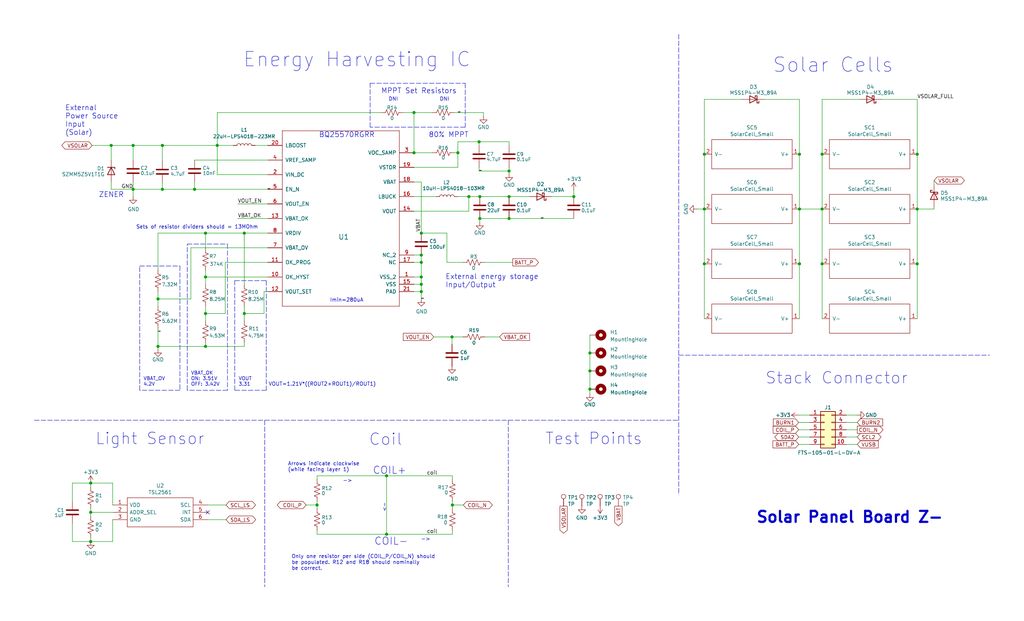
<source format=kicad_sch>
(kicad_sch (version 20211123) (generator eeschema)
  (paper "USLegal")
  (title_block (title "PyCubed Mini") (date "2022-07-27") (rev "02") (company "REx Lab Carnegie Mellon University") (comment 1 "Z.Manchester") (comment 2 "N.Khera") (comment 3 "M.Holliday"))
  (lib_symbols
    (symbol "Connector:TestPoint" (pin_numbers hide) (pin_names (offset 0.762) hide)
      (property "Reference" "TP" (at 0 6.858 0))
      (property "Value" "TestPoint" (at 0 5.08 0))
      (symbol "TestPoint_1_1"
        (pin passive line (at 0 0 90) (length 2.54) (name "1") (number "1"))
      )
    )
    (symbol "Connector_Generic:Conn_02x05_Odd_Even" (pin_names (offset 1.016) hide)
      (property "Reference" "J" (at 1.27 7.62 0))
      (property "Value" "Conn_02x05_Odd_Even" (at 1.27 -7.62 0))
      (symbol "Conn_02x05_Odd_Even_1_1"
        (pin passive line (at -5.08 5.08 0) (length 3.81) (name "Pin_1") (number "1"))
        (pin passive line (at 7.62 -5.08 180) (length 3.81) (name "Pin_10") (number "10"))
        (pin passive line (at 7.62 5.08 180) (length 3.81) (name "Pin_2") (number "2"))
        (pin passive line (at -5.08 2.54 0) (length 3.81) (name "Pin_3") (number "3"))
        (pin passive line (at 7.62 2.54 180) (length 3.81) (name "Pin_4") (number "4"))
        (pin passive line (at -5.08 0 0) (length 3.81) (name "Pin_5") (number "5"))
        (pin passive line (at 7.62 0 180) (length 3.81) (name "Pin_6") (number "6"))
        (pin passive line (at -5.08 -2.54 0) (length 3.81) (name "Pin_7") (number "7"))
        (pin passive line (at 7.62 -2.54 180) (length 3.81) (name "Pin_8") (number "8"))
        (pin passive line (at -5.08 -5.08 0) (length 3.81) (name "Pin_9") (number "9"))
      )
    )
    (symbol "Device:C" (pin_numbers hide) (pin_names (offset 0.254))
      (property "Reference" "C" (at 0.635 2.54 0))
      (property "Value" "C" (at 0.635 -2.54 0))
      (symbol "C_1_1"
        (pin passive line (at 0 3.81 270) (length 2.794) (name "~") (number "1"))
        (pin passive line (at 0 -3.81 90) (length 2.794) (name "~") (number "2"))
      )
    )
    (symbol "Device:D_Schottky" (pin_numbers hide) (pin_names (offset 1.016) hide)
      (property "Reference" "D" (at 0 2.54 0))
      (property "Value" "D_Schottky" (at 0 -2.54 0))
      (symbol "D_Schottky_1_1"
        (pin passive line (at -3.81 0 0) (length 2.54) (name "K") (number "1"))
        (pin passive line (at 3.81 0 180) (length 2.54) (name "A") (number "2"))
      )
    )
    (symbol "Device:L" (pin_numbers hide) (pin_names (offset 1.016) hide)
      (property "Reference" "L" (at -1.27 0 90))
      (property "Value" "L" (at 1.905 0 90))
      (symbol "L_1_1"
        (pin passive line (at 0 3.81 270) (length 1.27) (name "1") (number "1"))
        (pin passive line (at 0 -3.81 90) (length 1.27) (name "2") (number "2"))
      )
    )
    (symbol "Device:R_US" (pin_numbers hide) (pin_names (offset 0))
      (property "Reference" "R" (at 2.54 0 90))
      (property "Value" "R_US" (at -2.54 0 90))
      (symbol "R_US_1_1"
        (pin passive line (at 0 3.81 270) (length 1.27) (name "~") (number "1"))
        (pin passive line (at 0 -3.81 90) (length 1.27) (name "~") (number "2"))
      )
    )
    (symbol "Diode:Z1SMAxxx" (pin_numbers hide) (pin_names hide)
      (property "Reference" "D" (at 0 2.54 0))
      (property "Value" "Z1SMAxxx" (at 0 -2.54 0))
      (symbol "Z1SMAxxx_1_1"
        (pin passive line (at -3.81 0 0) (length 2.54) (name "K") (number "1"))
        (pin passive line (at 3.81 0 180) (length 2.54) (name "A") (number "2"))
      )
    )
    (symbol "Mechanical:MountingHole_Pad" (pin_numbers hide) (pin_names (offset 1.016) hide)
      (property "Reference" "H" (at 0 6.35 0))
      (property "Value" "MountingHole_Pad" (at 0 4.445 0))
      (symbol "MountingHole_Pad_1_1"
        (pin input line (at 0 -2.54 90) (length 2.54) (name "1") (number "1"))
      )
    )
    (symbol "SolarCell_Small_1" (pin_names (offset 1.016))
      (property "Reference" "SC" (at 0 -1.27 0))
      (property "Value" "SolarCell_Small_1" (at 0 1.27 0))
      (symbol "SolarCell_Small_1_1_1"
        (pin bidirectional line (at -16.51 0 0) (length 2.54) (name "V+") (number "1"))
        (pin bidirectional line (at 16.51 0 180) (length 2.54) (name "V-") (number "2"))
      )
    )
    (symbol "SolarCell_Small_2" (pin_names (offset 1.016))
      (property "Reference" "SC" (at 0 -1.27 0))
      (property "Value" "SolarCell_Small_2" (at 0 1.27 0))
      (symbol "SolarCell_Small_2_1_1"
        (pin bidirectional line (at -16.51 0 0) (length 2.54) (name "V+") (number "1"))
        (pin bidirectional line (at 16.51 0 180) (length 2.54) (name "V-") (number "2"))
      )
    )
    (symbol "SolarCell_Small_3" (pin_names (offset 1.016))
      (property "Reference" "SC" (at 0 -1.27 0))
      (property "Value" "SolarCell_Small_3" (at 0 1.27 0))
      (symbol "SolarCell_Small_3_1_1"
        (pin bidirectional line (at -16.51 0 0) (length 2.54) (name "V+") (number "1"))
        (pin bidirectional line (at 16.51 0 180) (length 2.54) (name "V-") (number "2"))
      )
    )
    (symbol "SolarCell_Small_4" (pin_names (offset 1.016))
      (property "Reference" "SC" (at 0 -1.27 0))
      (property "Value" "SolarCell_Small_4" (at 0 1.27 0))
      (symbol "SolarCell_Small_4_1_1"
        (pin bidirectional line (at -16.51 0 0) (length 2.54) (name "V+") (number "1"))
        (pin bidirectional line (at 16.51 0 180) (length 2.54) (name "V-") (number "2"))
      )
    )
    (symbol "SolarCell_Small_5" (pin_names (offset 1.016))
      (property "Reference" "SC" (at 0 -1.27 0))
      (property "Value" "SolarCell_Small_5" (at 0 1.27 0))
      (symbol "SolarCell_Small_5_1_1"
        (pin bidirectional line (at -16.51 0 0) (length 2.54) (name "V+") (number "1"))
        (pin bidirectional line (at 16.51 0 180) (length 2.54) (name "V-") (number "2"))
      )
    )
    (symbol "SolarCell_Small_6" (pin_names (offset 1.016))
      (property "Reference" "SC" (at 0 -1.27 0))
      (property "Value" "SolarCell_Small_6" (at 0 1.27 0))
      (symbol "SolarCell_Small_6_1_1"
        (pin bidirectional line (at -16.51 0 0) (length 2.54) (name "V+") (number "1"))
        (pin bidirectional line (at 16.51 0 180) (length 2.54) (name "V-") (number "2"))
      )
    )
    (symbol "SolarCell_Small_7" (pin_names (offset 1.016))
      (property "Reference" "SC" (at 0 -1.27 0))
      (property "Value" "SolarCell_Small_7" (at 0 1.27 0))
      (symbol "SolarCell_Small_7_1_1"
        (pin bidirectional line (at -16.51 0 0) (length 2.54) (name "V+") (number "1"))
        (pin bidirectional line (at 16.51 0 180) (length 2.54) (name "V-") (number "2"))
      )
    )
    (symbol "Transistor_BJT:MBT2222ADW1T1" (pin_names (offset 0) hide)
      (property "Reference" "Q" (at 5.08 1.27 0))
      (property "Value" "MBT2222ADW1T1" (at 5.08 -1.27 0))
      (symbol "MBT2222ADW1T1_1_1"
        (pin passive line (at 2.54 -5.08 90) (length 2.54) (name "E1") (number "1"))
        (pin input line (at -5.08 0 0) (length 2.54) (name "B1") (number "2"))
        (pin passive line (at 2.54 5.08 270) (length 2.54) (name "C1") (number "6"))
      )
      (symbol "MBT2222ADW1T1_2_1"
        (pin passive line (at 2.54 5.08 270) (length 2.54) (name "C2") (number "3"))
        (pin passive line (at 2.54 -5.08 90) (length 2.54) (name "E2") (number "4"))
        (pin input line (at -5.08 0 0) (length 2.54) (name "B2") (number "5"))
      )
    )
    (symbol "mainboard:BSS138DWQ-7" (pin_names (offset 0.762) hide)
      (property "Reference" "Q" (at -2.54 5.08 0))
      (property "Value" "BSS138DWQ-7" (at 3.81 6.35 0))
      (symbol "BSS138DWQ-7_1_1"
        (pin passive line (at 1.27 -5.08 90) (length 2.54) (name "S2") (number "1"))
        (pin input line (at -6.35 0 0) (length 2.54) (name "G2") (number "2"))
        (pin passive line (at 1.27 5.08 270) (length 2.54) (name "D1") (number "6"))
      )
      (symbol "BSS138DWQ-7_2_1"
        (pin passive line (at 1.27 5.08 270) (length 2.54) (name "D2") (number "3"))
        (pin passive line (at 1.27 -5.08 90) (length 2.54) (name "S1") (number "4"))
        (pin input line (at -6.35 0 0) (length 2.54) (name "G1") (number "5"))
      )
    )
    (symbol "power:+3V3" (power) (pin_names (offset 0))
      (property "Value" "+3V3" (at 0 3.556 0))
      (symbol "+3V3_1_1"
        (pin power_in line (at 0 0 90) (length 0) hide (name "+3V3") (number "1"))
      )
    )
    (symbol "power:GND" (power) (pin_names (offset 0))
      (property "Value" "GND" (at 0 -3.81 0))
      (symbol "GND_1_1"
        (pin power_in line (at 0 0 270) (length 0) hide (name "GND") (number "1"))
      )
    )
    (symbol "solarpanels:BQ25570RGRR" (pin_names (offset 1.016))
      (property "Reference" "U" (at -4.7244 1.4986 0))
      (property "Value" "BQ25570RGRR" (at -5.3594 -1.0414 0))
      (symbol "BQ25570RGRR_1_0"
        (pin power_in line (at 25.4 -20.32 180) (length 5.08) (name "VSS_2") (number "1"))
        (pin input line (at -25.4 -20.32 0) (length 5.08) (name "OK_HYST") (number "10"))
        (pin input line (at -25.4 -15.24 0) (length 5.08) (name "OK_PROG") (number "11"))
        (pin input line (at -25.4 -25.4 0) (length 5.08) (name "VOUT_SET") (number "12"))
        (pin output line (at -25.4 0 0) (length 5.08) (name "VBAT_OK") (number "13"))
        (pin power_in line (at 25.4 2.54 180) (length 5.08) (name "VOUT") (number "14"))
        (pin power_in line (at 25.4 -22.86 180) (length 5.08) (name "VSS") (number "15"))
        (pin passive line (at 25.4 7.62 180) (length 5.08) (name "LBUCK") (number "16"))
        (pin passive line (at 25.4 -15.24 180) (length 5.08) (name "NC") (number "17"))
        (pin bidirectional line (at 25.4 12.7 180) (length 5.08) (name "VBAT") (number "18"))
        (pin power_in line (at 25.4 17.78 180) (length 5.08) (name "VSTOR") (number "19"))
        (pin power_in line (at -25.4 15.24 0) (length 5.08) (name "VIN_DC") (number "2"))
        (pin input line (at -25.4 25.4 0) (length 5.08) (name "LBOOST") (number "20"))
        (pin power_in line (at 25.4 -25.4 180) (length 5.08) (name "PAD") (number "21"))
        (pin input line (at 25.4 22.86 180) (length 5.08) (name "VOC_SAMP") (number "3"))
        (pin input line (at -25.4 20.32 0) (length 5.08) (name "VREF_SAMP") (number "4"))
        (pin input line (at -25.4 10.16 0) (length 5.08) (name "EN_N") (number "5"))
        (pin input line (at -25.4 5.08 0) (length 5.08) (name "VOUT_EN") (number "6"))
        (pin input line (at -25.4 -10.16 0) (length 5.08) (name "VBAT_OV") (number "7"))
        (pin output line (at -25.4 -5.08 0) (length 5.08) (name "VRDIV") (number "8"))
        (pin power_in line (at 25.4 -12.7 180) (length 5.08) (name "NC_2") (number "9"))
      )
    )
    (symbol "solarpanels:SolarCell_Small" (pin_names (offset 1.016))
      (property "Reference" "SC" (at 0 -1.27 0))
      (property "Value" "SolarCell_Small" (at 0 1.27 0))
      (symbol "SolarCell_Small_1_1"
        (pin bidirectional line (at -16.51 0 0) (length 2.54) (name "V+") (number "1"))
        (pin bidirectional line (at 16.51 0 180) (length 2.54) (name "V-") (number "2"))
      )
    )
    (symbol "solarpanels:symbols_TSL2561" (pin_names (offset 0.762))
      (property "Reference" "IC" (at 29.21 7.62 0))
      (property "Value" "symbols_TSL2561" (at 29.21 5.08 0))
      (symbol "symbols_TSL2561_0_0"
        (pin unspecified line (at 0 0 0) (length 5.08) (name "VDD") (number "1"))
        (pin unspecified line (at 0 -2.54 0) (length 5.08) (name "ADDR_SEL") (number "2"))
        (pin unspecified line (at 0 -5.08 0) (length 5.08) (name "GND") (number "3"))
        (pin unspecified line (at 33.02 0 180) (length 5.08) (name "SCL") (number "4"))
        (pin unspecified line (at 33.02 -2.54 180) (length 5.08) (name "INT") (number "5"))
        (pin unspecified line (at 33.02 -5.08 180) (length 5.08) (name "SDA") (number "6"))
      )
    )
  )
  (junction (at 38.608 50.546))
  (junction (at 437.769 81.407))
  (junction (at 166.37 49.276))
  (junction (at 437.769 50.927))
  (junction (at 31.496 188.214))
  (junction (at 54.864 103.886))
  (junction (at 390.779 43.307))
  (junction (at 143.764 53.086))
  (junction (at 427.609 50.927))
  (junction (at 244.602 91.694))
  (junction (at 46.228 65.786))
  (junction (at 422.529 76.327))
  (junction (at 176.784 75.946))
  (junction (at 395.859 68.707))
  (junction (at 146.304 88.646))
  (junction (at 110.109 175.514))
  (junction (at 204.851 122.682))
  (junction (at 432.689 43.307))
  (junction (at 31.496 167.894))
  (junction (at 71.374 108.966))
  (junction (at 157.099 175.514))
  (junction (at 75.438 50.546))
  (junction (at 390.779 35.687))
  (junction (at 285.496 72.644))
  (junction (at 437.769 68.707))
  (junction (at 395.859 89.027))
  (junction (at 84.836 81.026))
  (junction (at 318.516 91.694))
  (junction (at 432.689 35.687))
  (junction (at 54.864 120.396))
  (junction (at 84.836 108.966))
  (junction (at 162.814 68.326))
  (junction (at 380.619 76.327))
  (junction (at 71.374 96.266))
  (junction (at 176.784 59.436))
  (junction (at 437.769 59.817))
  (junction (at 414.909 61.087))
  (junction (at 395.859 50.927))
  (junction (at 56.388 50.546))
  (junction (at 244.602 53.594))
  (junction (at 285.496 53.594))
  (junction (at 146.304 81.026))
  (junction (at 146.304 96.266))
  (junction (at 146.304 101.346))
  (junction (at 71.374 120.396))
  (junction (at 143.764 39.116))
  (junction (at 244.602 72.644))
  (junction (at 277.622 72.644))
  (junction (at 285.496 91.694))
  (junction (at 199.263 68.326))
  (junction (at 156.972 117.094))
  (junction (at 134.239 165.354))
  (junction (at 388.239 89.027))
  (junction (at 430.149 89.027))
  (junction (at 318.516 72.644))
  (junction (at 159.004 53.086))
  (junction (at 31.496 178.054))
  (junction (at 146.304 98.806))
  (junction (at 395.859 81.407))
  (junction (at 166.624 75.946))
  (junction (at 67.564 65.786))
  (junction (at 56.388 65.786))
  (junction (at 277.622 91.694))
  (junction (at 372.999 61.087))
  (junction (at 318.516 53.594))
  (junction (at 277.622 53.594))
  (junction (at 395.859 59.817))
  (junction (at 134.239 185.674))
  (junction (at 204.851 128.905))
  (junction (at 204.851 135.255))
  (junction (at 176.784 68.326))
  (junction (at 437.769 89.027))
  (junction (at 71.374 81.026))
  (junction (at 46.228 50.546))
  (junction (at 146.304 91.186))
  (junction (at 166.624 68.326))
  (junction (at 385.699 50.927))
  (no_connect (at 72.136 178.054))
  (wire (pts (xy 143.764 101.346) (xy 146.304 101.346)))
  (wire (pts (xy 318.516 72.644) (xy 324.358 72.644)))
  (wire (pts (xy 38.608 63.246) (xy 38.608 65.786)))
  (wire (pts (xy 244.602 91.694) (xy 244.602 72.644)))
  (wire (pts (xy 146.304 91.186) (xy 146.304 88.646)))
  (polyline (pts (xy 78.994 84.836) (xy 78.994 135.636)))
  (wire (pts (xy 71.374 106.426) (xy 71.374 108.966)))
  (wire (pts (xy 372.999 61.087) (xy 372.999 43.307)))
  (wire (pts (xy 277.622 34.544) (xy 265.43 34.544)))
  (wire (pts (xy 110.109 174.244) (xy 110.109 175.514)))
  (polyline (pts (xy 81.534 97.536) (xy 92.456 97.536)))
  (wire (pts (xy 204.851 122.682) (xy 204.851 128.905)))
  (wire (pts (xy 84.836 119.126) (xy 84.836 120.396)))
  (wire (pts (xy 146.304 81.026) (xy 146.304 63.246)))
  (polyline (pts (xy 92.456 97.536) (xy 92.456 135.636)))
  (wire (pts (xy 204.851 136.906) (xy 204.851 135.255)))
  (wire (pts (xy 427.609 50.927) (xy 427.609 68.707)))
  (wire (pts (xy 78.232 91.186) (xy 92.964 91.186)))
  (wire (pts (xy 54.864 120.396) (xy 71.374 120.396)))
  (wire (pts (xy 285.496 91.694) (xy 285.496 110.744)))
  (wire (pts (xy 159.004 53.086) (xy 159.004 58.166)))
  (wire (pts (xy 157.734 39.116) (xy 167.894 39.116)))
  (wire (pts (xy 82.55 75.946) (xy 92.964 75.946)))
  (wire (pts (xy 437.769 35.687) (xy 432.689 35.687)))
  (wire (pts (xy 139.954 39.116) (xy 143.764 39.116)))
  (wire (pts (xy 176.784 60.452) (xy 176.784 59.436)))
  (wire (pts (xy 372.999 81.407) (xy 372.999 89.027)))
  (wire (pts (xy 143.764 98.806) (xy 146.304 98.806)))
  (wire (pts (xy 244.602 34.544) (xy 244.602 53.594)))
  (wire (pts (xy 176.784 58.166) (xy 176.784 59.436)))
  (wire (pts (xy 395.859 59.817) (xy 395.859 50.927)))
  (wire (pts (xy 398.399 59.817) (xy 395.859 59.817)))
  (wire (pts (xy 110.109 184.404) (xy 110.109 185.674)))
  (wire (pts (xy 46.228 50.546) (xy 56.388 50.546)))
  (wire (pts (xy 39.116 188.214) (xy 39.116 180.594)))
  (wire (pts (xy 318.516 34.544) (xy 318.516 53.594)))
  (polyline (pts (xy 92.456 135.636) (xy 81.534 135.636)))
  (wire (pts (xy 146.304 103.886) (xy 146.304 101.346)))
  (wire (pts (xy 414.909 81.407) (xy 414.909 89.027)))
  (wire (pts (xy 84.836 81.026) (xy 84.836 98.806)))
  (wire (pts (xy 150.622 117.094) (xy 156.972 117.094)))
  (wire (pts (xy 134.239 165.354) (xy 157.099 165.354)))
  (wire (pts (xy 166.624 75.946) (xy 176.784 75.946)))
  (wire (pts (xy 25.146 174.244) (xy 25.146 167.894)))
  (wire (pts (xy 423.799 50.927) (xy 427.609 50.927)))
  (polyline (pts (xy 176.53 146.05) (xy 176.53 203.962)))
  (wire (pts (xy 390.779 61.087) (xy 383.413 61.087)))
  (wire (pts (xy 31.496 176.784) (xy 31.496 178.054)))
  (polyline (pts (xy 65.024 135.636) (xy 65.024 84.836)))
  (polyline (pts (xy 235.712 11.938) (xy 235.712 171.958)))
  (wire (pts (xy 75.438 50.546) (xy 75.438 60.706)))
  (wire (pts (xy 134.239 185.674) (xy 157.099 185.674)))
  (wire (pts (xy 31.496 188.214) (xy 39.116 188.214)))
  (wire (pts (xy 75.438 39.116) (xy 75.438 50.546)))
  (wire (pts (xy 285.496 72.644) (xy 277.622 72.644)))
  (polyline (pts (xy 161.544 44.196) (xy 128.524 44.196)))
  (wire (pts (xy 166.37 58.166) (xy 166.37 59.436)))
  (polyline (pts (xy 91.948 146.05) (xy 91.948 203.962)))
  (wire (pts (xy 25.146 167.894) (xy 31.496 167.894)))
  (wire (pts (xy 432.689 61.087) (xy 425.704 61.087)))
  (wire (pts (xy 67.564 65.786) (xy 67.564 63.246)))
  (polyline (pts (xy 161.544 28.956) (xy 161.544 44.196)))
  (wire (pts (xy 277.368 154.432) (xy 281.178 154.432)))
  (wire (pts (xy 54.864 114.046) (xy 54.864 120.396)))
  (wire (pts (xy 204.851 116.459) (xy 204.851 122.682)))
  (wire (pts (xy 257.81 34.544) (xy 244.602 34.544)))
  (wire (pts (xy 191.516 68.326) (xy 199.263 68.326)))
  (wire (pts (xy 56.388 65.786) (xy 67.564 65.786)))
  (wire (pts (xy 159.004 68.326) (xy 162.814 68.326)))
  (wire (pts (xy 395.859 68.707) (xy 395.859 59.817)))
  (wire (pts (xy 146.304 88.646) (xy 143.764 88.646)))
  (wire (pts (xy 297.688 146.812) (xy 293.878 146.812)))
  (wire (pts (xy 277.368 146.812) (xy 281.178 146.812)))
  (wire (pts (xy 71.374 119.126) (xy 71.374 120.396)))
  (wire (pts (xy 92.964 55.626) (xy 67.564 55.626)))
  (wire (pts (xy 277.622 72.644) (xy 277.622 91.694)))
  (wire (pts (xy 285.496 53.594) (xy 285.496 72.644)))
  (wire (pts (xy 395.859 35.687) (xy 390.779 35.687)))
  (wire (pts (xy 146.304 98.806) (xy 146.304 96.266)))
  (wire (pts (xy 380.619 76.327) (xy 388.239 76.327)))
  (wire (pts (xy 277.368 151.892) (xy 281.178 151.892)))
  (wire (pts (xy 168.402 117.094) (xy 173.482 117.094)))
  (wire (pts (xy 56.388 50.546) (xy 56.388 55.88)))
  (wire (pts (xy 71.374 93.98) (xy 71.374 96.266)))
  (wire (pts (xy 285.496 34.544) (xy 285.496 53.594)))
  (wire (pts (xy 56.388 50.546) (xy 75.438 50.546)))
  (wire (pts (xy 71.374 81.026) (xy 54.864 81.026)))
  (wire (pts (xy 31.496 186.944) (xy 31.496 188.214)))
  (wire (pts (xy 160.909 175.514) (xy 157.099 175.514)))
  (wire (pts (xy 46.228 55.626) (xy 46.228 50.546)))
  (wire (pts (xy 157.099 184.404) (xy 157.099 185.674)))
  (wire (pts (xy 293.878 151.892) (xy 297.688 151.892)))
  (wire (pts (xy 395.859 49.657) (xy 395.859 50.927)))
  (wire (pts (xy 143.764 53.086) (xy 143.764 39.116)))
  (wire (pts (xy 318.516 72.644) (xy 318.516 91.694)))
  (polyline (pts (xy 62.484 135.636) (xy 48.514 135.636)))
  (polyline (pts (xy 128.524 28.956) (xy 161.544 28.956)))
  (wire (pts (xy 91.694 108.966) (xy 91.694 101.346)))
  (wire (pts (xy 75.438 50.546) (xy 81.026 50.546)))
  (wire (pts (xy 75.438 60.706) (xy 92.964 60.706)))
  (polyline (pts (xy 62.484 92.456) (xy 62.484 135.636)))
  (wire (pts (xy 54.864 121.412) (xy 54.864 120.396)))
  (wire (pts (xy 84.836 81.026) (xy 92.964 81.026)))
  (wire (pts (xy 38.608 55.626) (xy 38.608 50.546)))
  (wire (pts (xy 414.909 71.247) (xy 414.909 61.087)))
  (wire (pts (xy 166.37 50.546) (xy 166.37 49.276)))
  (wire (pts (xy 166.37 59.436) (xy 176.784 59.436)))
  (wire (pts (xy 78.486 180.594) (xy 72.136 180.594)))
  (wire (pts (xy 39.116 167.894) (xy 31.496 167.894)))
  (wire (pts (xy 66.294 103.886) (xy 66.294 86.106)))
  (wire (pts (xy 110.109 165.354) (xy 134.239 165.354)))
  (wire (pts (xy 159.004 49.276) (xy 166.37 49.276)))
  (wire (pts (xy 293.878 149.352) (xy 297.688 149.352)))
  (wire (pts (xy 277.622 53.594) (xy 277.622 72.644)))
  (wire (pts (xy 146.304 101.346) (xy 146.304 98.806)))
  (wire (pts (xy 167.894 39.116) (xy 167.894 40.386)))
  (wire (pts (xy 56.388 63.5) (xy 56.388 65.786)))
  (wire (pts (xy 146.304 96.266) (xy 146.304 91.186)))
  (wire (pts (xy 437.769 49.657) (xy 437.769 50.927)))
  (wire (pts (xy 388.239 89.027) (xy 395.859 89.027)))
  (wire (pts (xy 324.358 72.644) (xy 324.358 71.882)))
  (wire (pts (xy 155.194 91.186) (xy 155.194 81.026)))
  (polyline (pts (xy 81.534 135.636) (xy 81.534 97.536)))
  (wire (pts (xy 82.55 70.866) (xy 92.964 70.866)))
  (polyline (pts (xy 78.994 135.636) (xy 65.024 135.636)))
  (wire (pts (xy 110.109 165.354) (xy 110.109 166.624)))
  (wire (pts (xy 156.972 119.634) (xy 156.972 117.094)))
  (wire (pts (xy 54.864 103.886) (xy 66.294 103.886)))
  (wire (pts (xy 414.909 61.087) (xy 418.084 61.087)))
  (wire (pts (xy 155.194 91.186) (xy 160.655 91.186)))
  (wire (pts (xy 162.814 73.406) (xy 162.814 68.326)))
  (wire (pts (xy 298.45 34.544) (xy 285.496 34.544)))
  (wire (pts (xy 166.624 75.946) (xy 166.624 77.216)))
  (wire (pts (xy 92.964 65.786) (xy 67.564 65.786)))
  (wire (pts (xy 381.889 50.927) (xy 385.699 50.927)))
  (wire (pts (xy 157.734 53.086) (xy 159.004 53.086)))
  (wire (pts (xy 71.374 120.396) (xy 84.836 120.396)))
  (wire (pts (xy 277.622 91.694) (xy 277.622 110.744)))
  (wire (pts (xy 199.263 66.04) (xy 199.263 68.326)))
  (wire (pts (xy 84.836 106.426) (xy 84.836 108.966)))
  (wire (pts (xy 106.299 175.514) (xy 110.109 175.514)))
  (wire (pts (xy 157.099 165.354) (xy 157.099 166.624)))
  (polyline (pts (xy 48.514 92.456) (xy 62.484 92.456)))
  (wire (pts (xy 372.999 89.027) (xy 388.239 89.027)))
  (wire (pts (xy 32.004 50.546) (xy 38.608 50.546)))
  (wire (pts (xy 204.851 128.905) (xy 204.851 135.255)))
  (wire (pts (xy 285.496 72.644) (xy 285.496 91.694)))
  (wire (pts (xy 318.516 53.594) (xy 318.516 72.644)))
  (wire (pts (xy 166.37 49.276) (xy 176.784 49.276)))
  (polyline (pts (xy 65.024 84.836) (xy 78.994 84.836)))
  (wire (pts (xy 162.814 68.326) (xy 166.624 68.326)))
  (wire (pts (xy 71.374 108.966) (xy 78.232 108.966)))
  (wire (pts (xy 143.764 68.326) (xy 151.384 68.326)))
  (wire (pts (xy 176.784 68.326) (xy 183.896 68.326)))
  (wire (pts (xy 244.602 110.744) (xy 244.602 91.694)))
  (wire (pts (xy 437.769 59.817) (xy 437.769 50.927)))
  (wire (pts (xy 71.374 96.266) (xy 71.374 98.806)))
  (wire (pts (xy 395.859 71.247) (xy 395.859 68.707)))
  (wire (pts (xy 66.294 86.106) (xy 92.964 86.106)))
  (wire (pts (xy 38.608 65.786) (xy 46.228 65.786)))
  (wire (pts (xy 84.836 81.026) (xy 71.374 81.026)))
  (wire (pts (xy 372.999 61.087) (xy 375.793 61.087)))
  (wire (pts (xy 84.836 108.966) (xy 84.836 111.506)))
  (wire (pts (xy 31.496 178.054) (xy 31.496 179.324)))
  (wire (pts (xy 38.608 50.546) (xy 46.228 50.546)))
  (wire (pts (xy 318.516 91.694) (xy 318.516 110.744)))
  (wire (pts (xy 91.694 101.346) (xy 92.964 101.346)))
  (wire (pts (xy 414.909 61.087) (xy 414.909 43.307)))
  (wire (pts (xy 244.602 72.644) (xy 242.062 72.644)))
  (wire (pts (xy 372.999 71.247) (xy 372.999 61.087)))
  (wire (pts (xy 437.769 68.707) (xy 437.769 59.817)))
  (wire (pts (xy 159.004 58.166) (xy 143.764 58.166)))
  (wire (pts (xy 88.646 50.546) (xy 92.964 50.546)))
  (wire (pts (xy 379.476 105.156) (xy 380.746 105.156)))
  (wire (pts (xy 46.228 65.786) (xy 56.388 65.786)))
  (wire (pts (xy 281.178 144.272) (xy 277.368 144.272)))
  (wire (pts (xy 54.864 103.886) (xy 54.864 106.426)))
  (wire (pts (xy 31.496 167.894) (xy 31.496 169.164)))
  (wire (pts (xy 277.368 149.352) (xy 281.178 149.352)))
  (wire (pts (xy 54.864 81.026) (xy 54.864 93.726)))
  (wire (pts (xy 168.275 91.186) (xy 178.054 91.186)))
  (wire (pts (xy 297.688 154.432) (xy 293.878 154.432)))
  (wire (pts (xy 430.149 89.027) (xy 437.769 89.027)))
  (wire (pts (xy 71.374 81.026) (xy 71.374 86.36)))
  (wire (pts (xy 134.239 165.354) (xy 134.239 185.674)))
  (polyline (pts (xy 235.712 123.444) (xy 343.662 123.444)))
  (wire (pts (xy 157.099 175.514) (xy 157.099 176.784)))
  (wire (pts (xy 110.109 175.514) (xy 110.109 176.784)))
  (wire (pts (xy 372.999 43.307) (xy 390.779 43.307)))
  (wire (pts (xy 277.622 53.594) (xy 277.622 34.544)))
  (wire (pts (xy 143.764 39.116) (xy 150.114 39.116)))
  (wire (pts (xy 414.909 89.027) (xy 430.149 89.027)))
  (wire (pts (xy 75.438 39.116) (xy 132.334 39.116)))
  (wire (pts (xy 143.764 73.406) (xy 162.814 73.406)))
  (polyline (pts (xy 48.514 135.636) (xy 48.514 92.456)))
  (wire (pts (xy 54.864 101.346) (xy 54.864 103.886)))
  (wire (pts (xy 25.146 188.214) (xy 31.496 188.214)))
  (wire (pts (xy 143.764 91.186) (xy 146.304 91.186)))
  (wire (pts (xy 395.859 42.037) (xy 395.859 35.687)))
  (wire (pts (xy 389.636 105.156) (xy 388.366 105.156)))
  (wire (pts (xy 71.374 108.966) (xy 71.374 111.506)))
  (wire (pts (xy 437.769 42.037) (xy 437.769 35.687)))
  (wire (pts (xy 437.769 71.247) (xy 437.769 68.707)))
  (wire (pts (xy 176.784 50.546) (xy 176.784 49.276)))
  (wire (pts (xy 176.784 75.946) (xy 199.263 75.946)))
  (wire (pts (xy 156.972 117.094) (xy 160.782 117.094)))
  (wire (pts (xy 385.699 50.927) (xy 385.699 68.707)))
  (wire (pts (xy 244.602 72.644) (xy 244.602 53.594)))
  (wire (pts (xy 157.099 174.244) (xy 157.099 175.514)))
  (polyline (pts (xy 11.938 146.05) (xy 235.712 146.05)))
  (wire (pts (xy 414.909 43.307) (xy 432.689 43.307)))
  (wire (pts (xy 324.358 62.738) (xy 324.358 64.262)))
  (wire (pts (xy 306.07 34.544) (xy 318.516 34.544)))
  (wire (pts (xy 159.004 49.276) (xy 159.004 53.086)))
  (wire (pts (xy 155.194 81.026) (xy 146.304 81.026)))
  (wire (pts (xy 46.228 63.246) (xy 46.228 65.786)))
  (wire (pts (xy 297.688 144.272) (xy 293.878 144.272)))
  (wire (pts (xy 395.859 78.867) (xy 395.859 81.407)))
  (wire (pts (xy 440.309 59.817) (xy 437.769 59.817)))
  (wire (pts (xy 71.374 96.266) (xy 92.964 96.266)))
  (wire (pts (xy 39.116 178.054) (xy 31.496 178.054)))
  (wire (pts (xy 437.769 78.867) (xy 437.769 81.407)))
  (wire (pts (xy 110.109 185.674) (xy 134.239 185.674)))
  (wire (pts (xy 46.228 65.786) (xy 46.228 68.326)))
  (wire (pts (xy 25.146 181.864) (xy 25.146 188.214)))
  (wire (pts (xy 39.116 175.514) (xy 39.116 167.894)))
  (wire (pts (xy 143.764 53.086) (xy 150.114 53.086)))
  (wire (pts (xy 78.486 175.514) (xy 72.136 175.514)))
  (wire (pts (xy 78.232 108.966) (xy 78.232 91.186)))
  (wire (pts (xy 143.764 96.266) (xy 146.304 96.266)))
  (wire (pts (xy 84.836 108.966) (xy 91.694 108.966)))
  (wire (pts (xy 389.636 108.966) (xy 388.366 108.966)))
  (wire (pts (xy 430.149 86.487) (xy 430.149 89.027)))
  (polyline (pts (xy 128.524 44.196) (xy 128.524 28.956)))
  (wire (pts (xy 379.476 108.966) (xy 380.746 108.966)))
  (wire (pts (xy 422.529 76.327) (xy 430.149 76.327)))
  (wire (pts (xy 388.239 86.487) (xy 388.239 89.027)))
  (wire (pts (xy 166.624 68.326) (xy 176.784 68.326)))
  (wire (pts (xy 146.304 63.246) (xy 143.764 63.246)))
  (text "80% MPPT " (at 148.844 48.006 0) (effects (font (size 1.778 1.778)) (justify left bottom)))
  (text "DNI" (at 152.654 35.306 0) (effects (font (size 1.27 1.27)) (justify left bottom)))
  (text "Solar Cells\n" (at 268.224 25.654 0) (effects (font (size 5 5)) (justify left bottom)))
  (text "External\nPower Source\nInput\n(Solar)" (at 22.606 47.244 0) (effects (font (size 1.778 1.778)) (justify left bottom)))
  (text "Only one resistor per side (COIL_P/COIL_N) should \nbe populated. R12 and R18 should nominally \nbe correct." (at 101.219 198.374 0) (effects (font (size 1.27 1.27)) (justify left bottom)))
  (text "Stack Connector\n" (at 265.684 133.858 0) (effects (font (size 4 4)) (justify left bottom)))
  (text "VOUT\n3.31" (at 82.804 134.366 0) (effects (font (size 1.2 1.2)) (justify left bottom)))
  (text "->" (at 149.479 188.214 180) (effects (font (size 1.27 1.27)) (justify right bottom)))
  (text "Energy Harvesting IC" (at 84.328 23.749 0) (effects (font (size 5 5)) (justify left bottom)))
  (text "MPPT Set Resistors " (at 132.334 32.766 0) (effects (font (size 1.778 1.778)) (justify left bottom)))
  (text "Arrows indicate clockwise\n(while facing layer 1)" (at 99.949 164.084 0) (effects (font (size 1.27 1.27)) (justify left bottom)))
  (text "<-" (at 134.239 178.054 90) (effects (font (size 1.27 1.27)) (justify left bottom)))
  (text "Test Points" (at 189.23 154.94 0) (effects (font (size 4 4)) (justify left bottom)))
  (text "External energy storage\nInput/Output" (at 154.686 100.203 0) (effects (font (size 1.778 1.778)) (justify left bottom)))
  (text "I2C Bus Protection - Light Sensor" (at 376.682 27.94 0) (effects (font (size 2.159 2.159)) (justify left bottom)))
  (text "COIL+" (at 129.413 165.1 0) (effects (font (size 2.54 2.54)) (justify left bottom)))
  (text "BQ25570RGRR" (at 110.744 48.006 0) (effects (font (size 1.778 1.778)) (justify left bottom)))
  (text "DNI" (at 134.874 35.306 0) (effects (font (size 1.27 1.27)) (justify left bottom)))
  (text "Light Sensor" (at 33.02 154.94 0) (effects (font (size 4 4)) (justify left bottom)))
  (text "Solar Panel Board Z-" (at 262.382 182.118 0) (effects (font (size 3.81 3.81) (thickness 0.762) bold) (justify left bottom)))
  (text "->" (at 118.999 167.894 0) (effects (font (size 1.27 1.27)) (justify left bottom)))
  (text "VOUT=1.21V*((ROUT2+ROUT1)/ROUT1)" (at 93.218 134.366 0) (effects (font (size 1.27 1.27)) (justify left bottom)))
  (text "VBAT_OV\n4.2V" (at 49.784 134.366 0) (effects (font (size 1.2 1.2)) (justify left bottom)))
  (text "VBAT_OK\nON: 3.51V\nOFF: 3.42V" (at 66.294 134.366 0) (effects (font (size 1.2 1.2)) (justify left bottom)))
  (text "COIL-" (at 129.921 189.738 0) (effects (font (size 2.54 2.54)) (justify left bottom)))
  (text "Sets of resistor dividers should = 13MOhm" (at 47.244 79.756 0) (effects (font (size 1.27 1.27)) (justify left bottom)))
  (text "Imin=280uA" (at 114.554 105.156 0) (effects (font (size 1.27 1.27)) (justify left bottom)))
  (text "ZENER" (at 34.29 68.834 0) (effects (font (size 1.778 1.778)) (justify left bottom)))
  (text "Coil" (at 128.016 155.194 0) (effects (font (size 4 4)) (justify left bottom)))
  (label "GND" (at 159.004 39.116 0) (effects (font (size 0.254 0.254))))
  (label "coil" (at 148.209 185.674 0))
  (label "GND" (at 92.964 65.786 0) (effects (font (size 0.254 0.254))))
  (label "VBAT_OK" (at 82.55 75.946 0))
  (label "coil" (at 148.209 165.354 0))
  (label "VOUT_EN" (at 82.55 70.866 0))
  (label "GND" (at 187.833 75.946 0) (effects (font (size 0.254 0.254))))
  (label "VBAT" (at 146.304 75.946 270))
  (label "GND" (at 166.37 59.436 0) (effects (font (size 0.254 0.254))))
  (label "GND" (at 146.304 103.886 0) (effects (font (size 0.254 0.254))))
  (label "GND" (at 42.164 65.786 0))
  (label "GND" (at 54.864 115.316 0) (effects (font (size 0.254 0.254))))
  (label "VSOLAR_FULL" (at 318.516 34.544 0))
  (global_label "SDA_LS" (shape bidirectional) (at 78.486 180.594 0) (property "Intersheet References" "${INTERSHEET_REFS}" (effects hide)))
  (global_label "VBAT_OK" (shape input) (at 173.482 117.094 0) (property "Intersheet References" "${INTERSHEET_REFS}" (effects hide)))
  (global_label "SCL2" (shape input) (at 381.889 50.927 180) (property "Intersheet References" "${INTERSHEET_REFS}" (effects hide)))
  (global_label "VSOLAR" (shape bidirectional) (at 32.004 50.546 180) (property "Intersheet References" "${INTERSHEET_REFS}" (effects hide)))
  (global_label "BATT_P" (shape output) (at 178.054 91.186 0) (property "Intersheet References" "${INTERSHEET_REFS}" (effects hide)))
  (global_label "VOUT_EN" (shape input) (at 150.622 117.094 180) (property "Intersheet References" "${INTERSHEET_REFS}" (effects hide)))
  (global_label "SCL2" (shape input) (at 379.476 105.156 180) (property "Intersheet References" "${INTERSHEET_REFS}" (effects hide)))
  (global_label "VSOLAR" (shape bidirectional) (at 324.358 62.738 0) (property "Intersheet References" "${INTERSHEET_REFS}" (effects hide)))
  (global_label "BURN1" (shape input) (at 277.368 146.812 180) (property "Intersheet References" "${INTERSHEET_REFS}" (effects hide)))
  (global_label "COIL_N" (shape output) (at 297.688 149.352 0) (property "Intersheet References" "${INTERSHEET_REFS}" (effects hide)))
  (global_label "BURN2" (shape input) (at 297.688 146.812 0) (property "Intersheet References" "${INTERSHEET_REFS}" (effects hide)))
  (global_label "SDA2" (shape bidirectional) (at 379.476 108.966 180) (property "Intersheet References" "${INTERSHEET_REFS}" (effects hide)))
  (global_label "COIL_P" (shape bidirectional) (at 106.299 175.514 180) (property "Intersheet References" "${INTERSHEET_REFS}" (effects hide)))
  (global_label "SCL2" (shape bidirectional) (at 297.688 151.892 0) (property "Intersheet References" "${INTERSHEET_REFS}" (effects hide)))
  (global_label "COIL_P" (shape input) (at 277.368 149.352 180) (property "Intersheet References" "${INTERSHEET_REFS}" (effects hide)))
  (global_label "BATT_P" (shape input) (at 277.368 154.432 180) (property "Intersheet References" "${INTERSHEET_REFS}" (effects hide)))
  (global_label "SCL_LS" (shape bidirectional) (at 78.486 175.514 0) (property "Intersheet References" "${INTERSHEET_REFS}" (effects hide)))
  (global_label "SDA_LS" (shape bidirectional) (at 389.636 108.966 0) (property "Intersheet References" "${INTERSHEET_REFS}" (effects hide)))
  (global_label "SCL_LS" (shape output) (at 398.399 59.817 0) (property "Intersheet References" "${INTERSHEET_REFS}" (effects hide)))
  (global_label "SCL_LS" (shape output) (at 389.636 105.156 0) (property "Intersheet References" "${INTERSHEET_REFS}" (effects hide)))
  (global_label "SDA_LS" (shape bidirectional) (at 440.309 59.817 0) (property "Intersheet References" "${INTERSHEET_REFS}" (effects hide)))
  (global_label "VUSB" (shape input) (at 297.688 154.432 0) (property "Intersheet References" "${INTERSHEET_REFS}" (effects hide)))
  (global_label "COIL_N" (shape bidirectional) (at 160.909 175.514 0) (property "Intersheet References" "${INTERSHEET_REFS}" (effects hide)))
  (global_label "VBAT" (shape output) (at 214.757 175.895 270) (property "Intersheet References" "${INTERSHEET_REFS}" (effects hide)))
  (global_label "SDA2" (shape bidirectional) (at 423.799 50.927 180) (property "Intersheet References" "${INTERSHEET_REFS}" (effects hide)))
  (global_label "VSOLAR" (shape output) (at 195.707 175.895 270) (property "Intersheet References" "${INTERSHEET_REFS}" (effects hide)))
  (global_label "SDA2" (shape bidirectional) (at 277.368 151.892 180) (property "Intersheet References" "${INTERSHEET_REFS}" (effects hide)))
  (symbol (lib_id "Device:C") (at 176.784 54.356 0) (unit 1)
    (property "Reference" "C9" (at 179.324 53.594 0) (effects (font (size 1.2 1.2)) (justify left)))
    (property "Value" "0.1uF" (at 179.324 55.372 0) (effects (font (size 1.2 1.2)) (justify left)))
    (property "Footprint" "Capacitor_SMD:C_0402_1005Metric" (effects hide))
  )
  (symbol (lib_id "Device:R_US") (at 84.836 115.316 180) (unit 1)
    (property "Reference" "R11" (at 88.138 113.538 0) (effects (font (size 1.2 1.2)) (justify bottom)))
    (property "Value" "4.75M" (at 88.9 117.348 0) (effects (font (size 1.2 1.2)) (justify top)))
    (property "Footprint" "Resistor_SMD:R_0402_1005Metric" (effects hide))
  )
  (symbol (lib_id "Device:R_US") (at 84.836 102.616 180) (unit 1)
    (property "Reference" "R10" (at 87.884 100.838 0) (effects (font (size 1.2 1.2)) (justify bottom)))
    (property "Value" "8.25M" (at 88.9 104.648 0) (effects (font (size 1.2 1.2)) (justify top)))
    (property "Footprint" "Resistor_SMD:R_0402_1005Metric" (effects hide))
  )
  (symbol (lib_id "Device:C") (at 199.263 72.136 0) (unit 1)
    (property "Reference" "C11" (at 201.803 71.12 0) (effects (font (size 1.2 1.2)) (justify left)))
    (property "Value" "0.1uF" (at 201.803 73.152 0) (effects (font (size 1.2 1.2)) (justify left)))
    (property "Footprint" "Capacitor_SMD:C_0402_1005Metric" (effects hide))
  )
  (symbol (lib_id "Device:R_US") (at 164.465 91.186 270) (unit 1)
    (property "Reference" "R3" (at 164.465 89.916 90) (effects (font (size 1.2 1.2)) (justify bottom)))
    (property "Value" "0" (at 164.465 92.456 90) (effects (font (size 1.2 1.2)) (justify top)))
    (property "Footprint" "Resistor_SMD:R_0402_1005Metric" (effects hide))
  )
  (symbol (lib_id "Device:R_US") (at 54.864 110.236 180) (unit 1)
    (property "Reference" "R6" (at 57.404 108.458 0) (effects (font (size 1.2 1.2)) (justify bottom)))
    (property "Value" "5.62M" (at 58.928 112.268 0) (effects (font (size 1.2 1.2)) (justify top)))
    (property "Footprint" "Resistor_SMD:R_0402_1005Metric" (effects hide))
  )
  (symbol (lib_id "power:GND") (at 146.304 103.886 0) (unit 1)
    (property "Reference" "#PWR08" (effects hide))
    (property "Value" "GND" (at 146.431 108.2802 0))
  )
  (symbol (lib_id "power:GND") (at 54.864 121.412 0) (unit 1)
    (property "Reference" "#PWR04" (effects hide))
    (property "Value" "GND" (at 54.864 124.968 0))
  )
  (symbol (lib_id "power:GND") (at 46.228 68.326 0) (unit 1)
    (property "Reference" "#PWR03" (effects hide))
    (property "Value" "GND" (at 46.355 72.7202 0))
  )
  (symbol (lib_id "power:GND") (at 167.894 40.386 0) (unit 1)
    (property "Reference" "#PWR010" (effects hide))
    (property "Value" "GND" (at 167.894 44.196 0))
  )
  (symbol (lib_id "power:GND") (at 166.624 77.216 0) (unit 1)
    (property "Reference" "#PWR09" (effects hide))
    (property "Value" "GND" (at 166.624 80.899 0))
  )
  (symbol (lib_id "power:GND") (at 176.784 60.452 0) (unit 1)
    (property "Reference" "#PWR011" (effects hide))
    (property "Value" "GND" (at 176.784 64.262 0))
  )
  (symbol (lib_id "solarpanels:symbols_TSL2561") (at 39.116 175.514 0) (unit 1)
    (property "Reference" "U2" (at 55.626 168.783 0))
    (property "Value" "TSL2561" (at 55.626 171.0944 0))
    (property "Footprint" "solarpanels:TSL2561" (effects hide))
    (property "Datasheet" "https://ams.com/documents/20143/36005/TSL2561_DS000110_3-00.pdf/18a41097-2035-4333-c70e-bfa544c0a98b" (effects hide))
    (property "Description" "Light-to-Digital Converter" (effects hide))
    (property "Height" "1.55" (effects hide))
    (property "Manufacturer_Name" "ams" (effects hide))
    (property "Manufacturer_Part_Number" "TSL2561" (effects hide))
    (property "Mouser Part Number" "N/A" (effects hide))
    (property "Mouser Price/Stock" "https://www.mouser.com/Search/Refine.aspx?Keyword=N%2FA" (effects hide))
  )
  (symbol (lib_name "SolarCell_Small_4") (lib_id "solarpanels:SolarCell_Small") (at 302.006 53.594 0) (mirror y) (unit 1)
    (property "Reference" "SC1" (at 302.006 44.323 0))
    (property "Value" "SolarCell_Small" (at 302.006 46.6344 0))
    (property "Footprint" "solarpanels:KXOB25-05X3F" (effects hide))
  )
  (symbol (lib_id "power:GND") (at 31.496 188.214 0) (unit 1)
    (property "Reference" "#PWR07" (effects hide))
    (property "Value" "GND" (at 31.496 192.278 0))
  )
  (symbol (lib_name "SolarCell_Small_3") (lib_id "solarpanels:SolarCell_Small") (at 302.006 72.644 0) (mirror y) (unit 1)
    (property "Reference" "SC2" (at 302.006 63.373 0))
    (property "Value" "SolarCell_Small" (at 302.006 65.6844 0))
    (property "Footprint" "solarpanels:KXOB25-05X3F" (effects hide))
  )
  (symbol (lib_name "SolarCell_Small_2") (lib_id "solarpanels:SolarCell_Small") (at 302.006 91.694 0) (mirror y) (unit 1)
    (property "Reference" "SC3" (at 302.006 82.423 0))
    (property "Value" "SolarCell_Small" (at 302.006 84.7344 0))
    (property "Footprint" "solarpanels:KXOB25-05X3F" (effects hide))
  )
  (symbol (lib_id "Device:R_US") (at 31.496 172.974 180) (unit 1)
    (property "Reference" "R1" (at 33.02 172.212 0) (effects (font (size 1.2 1.2)) (justify right)))
    (property "Value" "0" (at 33.02 173.99 0) (effects (font (size 1.2 1.2)) (justify right)))
    (property "Footprint" "Resistor_SMD:R_0402_1005Metric" (effects hide))
  )
  (symbol (lib_name "SolarCell_Small_7") (lib_id "solarpanels:SolarCell_Small") (at 302.006 110.744 0) (mirror y) (unit 1)
    (property "Reference" "SC4" (at 302.006 101.473 0))
    (property "Value" "SolarCell_Small" (at 302.006 103.7844 0))
    (property "Footprint" "solarpanels:KXOB25-05X3F" (effects hide))
  )
  (symbol (lib_name "SolarCell_Small_1") (lib_id "solarpanels:SolarCell_Small") (at 261.112 53.594 0) (mirror y) (unit 1)
    (property "Reference" "SC5" (at 261.112 44.323 0))
    (property "Value" "SolarCell_Small" (at 261.112 46.6344 0))
    (property "Footprint" "solarpanels:KXOB25-05X3F" (effects hide))
  )
  (symbol (lib_name "SolarCell_Small_6") (lib_id "solarpanels:SolarCell_Small") (at 261.112 72.644 0) (mirror y) (unit 1)
    (property "Reference" "SC6" (at 261.112 63.373 0))
    (property "Value" "SolarCell_Small" (at 261.112 65.6844 0))
    (property "Footprint" "solarpanels:KXOB25-05X3F" (effects hide))
  )
  (symbol (lib_name "SolarCell_Small_5") (lib_id "solarpanels:SolarCell_Small") (at 261.112 91.694 0) (mirror y) (unit 1)
    (property "Reference" "SC7" (at 261.112 82.423 0))
    (property "Value" "SolarCell_Small" (at 261.112 84.7344 0))
    (property "Footprint" "solarpanels:KXOB25-05X3F" (effects hide))
  )
  (symbol (lib_id "solarpanels:SolarCell_Small") (at 261.112 110.744 0) (mirror y) (unit 1)
    (property "Reference" "SC8" (at 261.112 101.473 0))
    (property "Value" "SolarCell_Small" (at 261.112 103.7844 0))
    (property "Footprint" "solarpanels:KXOB25-05X3F" (effects hide))
  )
  (symbol (lib_id "Device:R_US") (at 31.496 183.134 180) (unit 1)
    (property "Reference" "R2" (at 33.02 182.372 0) (effects (font (size 1.2 1.2)) (justify right)))
    (property "Value" "0" (at 33.02 184.15 0) (effects (font (size 1.2 1.2)) (justify right)))
    (property "Footprint" "Resistor_SMD:R_0402_1005Metric" (effects hide))
  )
  (symbol (lib_id "Device:C") (at 156.972 123.444 0) (unit 1)
    (property "Reference" "C6" (at 159.766 122.428 0) (effects (font (size 1.2 1.2)) (justify left)))
    (property "Value" "1uF" (at 159.766 124.46 0) (effects (font (size 1.2 1.2)) (justify left)))
    (property "Footprint" "Capacitor_SMD:C_0402_1005Metric" (effects hide))
  )
  (symbol (lib_id "power:+3V3") (at 31.496 167.894 0) (unit 1)
    (property "Reference" "#PWR06" (effects hide))
    (property "Value" "+3V3" (at 31.496 164.084 0))
  )
  (symbol (lib_id "power:GND") (at 156.972 127.254 0) (unit 1)
    (property "Reference" "#PWR01" (effects hide))
    (property "Value" "GND" (at 157.099 131.6482 0))
  )
  (symbol (lib_id "Device:R_US") (at 164.592 117.094 270) (unit 1)
    (property "Reference" "R19" (at 164.592 114.808 90) (effects (font (size 1.2 1.2))))
    (property "Value" "0" (at 164.592 119.126 90) (effects (font (size 1.2 1.2))))
    (property "Footprint" "Resistor_SMD:R_0402_1005Metric" (effects hide))
  )
  (symbol (lib_id "Device:C") (at 25.146 178.054 180) (unit 1)
    (property "Reference" "C1" (at 22.352 177.292 0) (effects (font (size 1.2 1.2)) (justify left)))
    (property "Value" "1uF" (at 22.352 179.07 0) (effects (font (size 1.2 1.2)) (justify left)))
    (property "Footprint" "Capacitor_SMD:C_0402_1005Metric" (effects hide))
  )
  (symbol (lib_id "power:+3V3") (at 199.263 66.04 0) (unit 1)
    (property "Reference" "#PWR015" (effects hide))
    (property "Value" "+3V3" (at 199.263 62.23 0))
  )
  (symbol (lib_id "power:GND") (at 242.062 72.644 270) (mirror x) (unit 1)
    (property "Reference" "#PWR0101" (effects hide))
    (property "Value" "GND" (at 238.252 72.644 0))
  )
  (symbol (lib_id "Device:D_Schottky") (at 187.706 68.326 180) (unit 1)
    (property "Reference" "D2" (at 187.706 64.008 0))
    (property "Value" "MSS1P4-M3_89A" (at 187.706 66.04 0))
    (property "Footprint" "solarpanels:MICROSMP" (effects hide))
    (property "Description" "Vishay MSS1P4-M3/89A SMT Schottky Diode, 40V 1A, 2-Pin uSMP" (effects hide))
    (property "Manufacturer_Name" "Vishay" (effects hide))
    (property "Manufacturer_Part_Number" "MSS1P4-M3/89A" (effects hide))
    (property "Mouser Part Number" "625-MSS1P4-M3" (effects hide))
    (property "Mouser Price/Stock" "https://www.mouser.com/Search/Refine.aspx?Keyword=625-MSS1P4-M3" (effects hide))
    (property "RS Part Number" "7103068P" (effects hide))
    (property "RS Price/Stock" "http://uk.rs-online.com/web/p/products/7103068P" (effects hide))
    (property "Allied_Number" "70217632" (effects hide))
    (property "Allied Price/Stock" "https://www.alliedelec.com/general-semiconductor-vishay-mss1p4-m3-89a/70217632/" (effects hide))
  )
  (symbol (lib_id "Device:D_Schottky") (at 324.358 68.072 90) (mirror x) (unit 1)
    (property "Reference" "D5" (at 327.914 67.056 90))
    (property "Value" "MSS1P4-M3_89A" (at 334.772 69.088 90))
    (property "Footprint" "solarpanels:MICROSMP" (effects hide))
    (property "Description" "Vishay MSS1P4-M3/89A SMT Schottky Diode, 40V 1A, 2-Pin uSMP" (effects hide))
    (property "Manufacturer_Name" "Vishay" (effects hide))
    (property "Manufacturer_Part_Number" "MSS1P4-M3/89A" (effects hide))
    (property "Mouser Part Number" "625-MSS1P4-M3" (effects hide))
    (property "Mouser Price/Stock" "https://www.mouser.com/Search/Refine.aspx?Keyword=625-MSS1P4-M3" (effects hide))
    (property "RS Part Number" "7103068P" (effects hide))
    (property "RS Price/Stock" "http://uk.rs-online.com/web/p/products/7103068P" (effects hide))
    (property "Allied_Number" "70217632" (effects hide))
    (property "Allied Price/Stock" "https://www.alliedelec.com/general-semiconductor-vishay-mss1p4-m3-89a/70217632/" (effects hide))
  )
  (symbol (lib_id "Device:R_US") (at 110.109 180.594 180) (unit 1)
    (property "Reference" "R13" (at 111.633 179.832 0) (effects (font (size 1.2 1.2)) (justify right)))
    (property "Value" "0" (at 111.633 181.61 0) (effects (font (size 1.2 1.2)) (justify right)))
    (property "Footprint" "Resistor_SMD:R_0402_1005Metric" (effects hide))
  )
  (symbol (lib_id "Device:R_US") (at 110.109 170.434 180) (unit 1)
    (property "Reference" "R12" (at 111.633 169.672 0) (effects (font (size 1.2 1.2)) (justify right)))
    (property "Value" "0" (at 111.633 171.45 0) (effects (font (size 1.2 1.2)) (justify right)))
    (property "Footprint" "Resistor_SMD:R_0402_1005Metric" (effects hide))
  )
  (symbol (lib_id "Device:R_US") (at 157.099 180.594 180) (unit 1)
    (property "Reference" "R18" (at 151.765 179.578 0) (effects (font (size 1.2 1.2)) (justify right)))
    (property "Value" "0" (at 154.051 181.61 0) (effects (font (size 1.2 1.2)) (justify right)))
    (property "Footprint" "Resistor_SMD:R_0402_1005Metric" (effects hide))
  )
  (symbol (lib_id "Device:R_US") (at 157.099 170.434 180) (unit 1)
    (property "Reference" "R17" (at 152.019 169.418 0) (effects (font (size 1.2 1.2)) (justify right)))
    (property "Value" "0" (at 154.305 171.196 0) (effects (font (size 1.2 1.2)) (justify right)))
    (property "Footprint" "Resistor_SMD:R_0402_1005Metric" (effects hide))
  )
  (symbol (lib_id "Connector:TestPoint") (at 195.707 175.895 0) (unit 1)
    (property "Reference" "TP1" (at 197.1802 172.8978 0) (effects (justify left)))
    (property "Value" "TP" (at 197.1802 175.2092 0) (effects (justify left)))
    (property "Footprint" "TestPoint:TestPoint_THTPad_D1.0mm_Drill0.5mm" (effects hide))
  )
  (symbol (lib_id "Connector:TestPoint") (at 202.057 175.895 0) (unit 1)
    (property "Reference" "TP2" (at 203.5302 172.8978 0) (effects (justify left)))
    (property "Value" "TP" (at 203.5302 175.2092 0) (effects (justify left)))
    (property "Footprint" "TestPoint:TestPoint_THTPad_D1.0mm_Drill0.5mm" (effects hide))
  )
  (symbol (lib_id "Connector:TestPoint") (at 208.407 175.895 0) (unit 1)
    (property "Reference" "TP3" (at 209.8802 172.8978 0) (effects (justify left)))
    (property "Value" "TP" (at 209.8802 175.2092 0) (effects (justify left)))
    (property "Footprint" "TestPoint:TestPoint_THTPad_D1.0mm_Drill0.5mm" (effects hide))
  )
  (symbol (lib_id "Connector:TestPoint") (at 214.757 175.895 0) (unit 1)
    (property "Reference" "TP4" (at 216.2302 172.8978 0) (effects (justify left)))
    (property "Value" "TP" (at 216.2302 175.2092 0) (effects (justify left)))
    (property "Footprint" "TestPoint:TestPoint_THTPad_D1.0mm_Drill0.5mm" (effects hide))
  )
  (symbol (lib_id "power:GND") (at 202.057 175.895 0) (unit 1)
    (property "Reference" "#PWR0102" (effects hide))
    (property "Value" "GND" (at 202.057 179.959 0))
  )
  (symbol (lib_id "power:+3V3") (at 208.407 175.895 180) (unit 1)
    (property "Reference" "#PWR0103" (effects hide))
    (property "Value" "+3V3" (at 208.407 179.959 0))
  )
  (symbol (lib_id "Device:R_US") (at 54.864 97.536 180) (unit 1)
    (property "Reference" "R5" (at 57.404 95.758 0) (effects (font (size 1.2 1.2)) (justify bottom)))
    (property "Value" "7.32M" (at 58.928 99.568 0) (effects (font (size 1.2 1.2)) (justify top)))
    (property "Footprint" "Resistor_SMD:R_0402_1005Metric" (effects hide))
  )
  (symbol (lib_id "Device:C") (at 176.784 72.136 0) (unit 1)
    (property "Reference" "C10" (at 179.324 71.12 0) (effects (font (size 1.2 1.2)) (justify left)))
    (property "Value" "0.1uF" (at 179.324 73.152 0) (effects (font (size 1.2 1.2)) (justify left)))
    (property "Footprint" "Capacitor_SMD:C_0402_1005Metric" (effects hide))
  )
  (symbol (lib_id "Device:R_US") (at 71.374 90.17 180) (unit 1)
    (property "Reference" "R7" (at 73.914 88.392 0) (effects (font (size 1.2 1.2)) (justify bottom)))
    (property "Value" "374K" (at 75.184 92.456 0) (effects (font (size 1.2 1.2)) (justify top)))
    (property "Footprint" "Resistor_SMD:R_0402_1005Metric" (effects hide))
  )
  (symbol (lib_id "Device:C") (at 146.304 84.836 0) (unit 1)
    (property "Reference" "C5" (at 149.098 83.82 0) (effects (font (size 1.2 1.2)) (justify left)))
    (property "Value" "100uF" (at 149.098 85.852 0) (effects (font (size 1.2 1.2)) (justify left)))
    (property "Footprint" "Capacitor_SMD:C_0805_2012Metric" (effects hide))
  )
  (symbol (lib_id "Device:L") (at 155.194 68.326 90) (unit 1)
    (property "Reference" "L2" (at 156.21 62.738 90) (effects (font (size 1.2 1.2)) (justify left bottom)))
    (property "Value" "10uH-LPS4018-103MR" (at 168.402 64.77 90) (effects (font (size 1.2 1.2)) (justify left bottom)))
    (property "Footprint" "solarpanels:LPS4018" (effects hide))
  )
  (symbol (lib_id "Device:C") (at 67.564 59.436 0) (unit 1)
    (property "Reference" "C4" (at 70.358 58.42 0) (effects (font (size 1.2 1.2)) (justify left)))
    (property "Value" "10nF" (at 70.358 60.198 0) (effects (font (size 1.2 1.2)) (justify left)))
    (property "Footprint" "Capacitor_SMD:C_0402_1005Metric" (effects hide))
  )
  (symbol (lib_id "Device:C") (at 166.624 72.136 0) (unit 1)
    (property "Reference" "C8" (at 169.164 71.12 0) (effects (font (size 1.2 1.2)) (justify left)))
    (property "Value" "22uF" (at 169.164 73.152 0) (effects (font (size 1.2 1.2)) (justify left)))
    (property "Footprint" "Capacitor_SMD:C_0402_1005Metric" (effects hide))
  )
  (symbol (lib_id "Device:R_US") (at 153.924 39.116 270) (unit 1)
    (property "Reference" "R15" (at 153.924 38.1 90) (effects (font (size 1.2 1.2)) (justify bottom)))
    (property "Value" "0" (at 153.924 40.386 90) (effects (font (size 1.2 1.2)) (justify top)))
    (property "Footprint" "Resistor_SMD:R_0402_1005Metric" (effects hide))
    (property "DNI" "DNI" (effects hide))
  )
  (symbol (lib_id "Device:R_US") (at 136.144 39.116 270) (unit 1)
    (property "Reference" "R14" (at 136.144 38.1 90) (effects (font (size 1.2 1.2)) (justify bottom)))
    (property "Value" "0" (at 136.144 40.386 90) (effects (font (size 1.2 1.2)) (justify top)))
    (property "Footprint" "Resistor_SMD:R_0402_1005Metric" (effects hide))
    (property "DNI" "DNI" (effects hide))
  )
  (symbol (lib_id "Device:C") (at 46.228 59.436 0) (unit 1)
    (property "Reference" "C2" (at 48.768 58.42 0) (effects (font (size 1.2 1.2)) (justify left)))
    (property "Value" "0.1uF" (at 48.768 60.198 0) (effects (font (size 1.2 1.2)) (justify left)))
    (property "Footprint" "Capacitor_SMD:C_0402_1005Metric" (effects hide))
  )
  (symbol (lib_id "Device:L") (at 84.836 50.546 90) (unit 1)
    (property "Reference" "L1" (at 85.979 44.45 90) (effects (font (size 1.2 1.2)) (justify left bottom)))
    (property "Value" "22uH-LPS4018-223MR" (at 95.631 46.736 90) (effects (font (size 1.2 1.2)) (justify left bottom)))
    (property "Footprint" "solarpanels:LPS4018" (effects hide))
  )
  (symbol (lib_id "solarpanels:BQ25570RGRR") (at 118.364 75.946 0) (unit 1)
    (property "Reference" "U1" (at 117.4496 83.3374 0) (effects (font (size 1.7526 1.7526)) (justify left bottom)))
    (property "Value" "BQ25570RGRR" (effects hide))
    (property "Footprint" "solarpanels:QFN50P350X350X100-21N-D" (effects hide))
  )
  (symbol (lib_id "Device:R_US") (at 71.374 102.616 180) (unit 1)
    (property "Reference" "R8" (at 73.914 100.838 0) (effects (font (size 1.2 1.2)) (justify bottom)))
    (property "Value" "8.25M" (at 75.438 104.648 0) (effects (font (size 1.2 1.2)) (justify top)))
    (property "Footprint" "Resistor_SMD:R_0402_1005Metric" (effects hide))
  )
  (symbol (lib_id "Device:C") (at 166.37 54.356 0) (unit 1)
    (property "Reference" "C7" (at 168.91 53.594 0) (effects (font (size 1.2 1.2)) (justify left)))
    (property "Value" "4.7uF" (at 168.91 55.372 0) (effects (font (size 1.2 1.2)) (justify left)))
    (property "Footprint" "Capacitor_SMD:C_0402_1005Metric" (effects hide))
  )
  (symbol (lib_id "Device:R_US") (at 153.924 53.086 270) (unit 1)
    (property "Reference" "R16" (at 153.924 52.07 90) (effects (font (size 1.2 1.2)) (justify bottom)))
    (property "Value" "0" (at 153.924 54.102 90) (effects (font (size 1.2 1.2)) (justify top)))
    (property "Footprint" "Resistor_SMD:R_0402_1005Metric" (effects hide))
  )
  (symbol (lib_id "Device:R_US") (at 71.374 115.316 180) (unit 1)
    (property "Reference" "R9" (at 73.914 113.538 0) (effects (font (size 1.2 1.2)) (justify bottom)))
    (property "Value" "4.53M" (at 75.438 117.348 0) (effects (font (size 1.2 1.2)) (justify top)))
    (property "Footprint" "Resistor_SMD:R_0402_1005Metric" (effects hide))
  )
  (symbol (lib_id "Device:C") (at 56.388 59.69 0) (unit 1)
    (property "Reference" "C3" (at 59.182 58.42 0) (effects (font (size 1.2 1.2)) (justify left)))
    (property "Value" "4.7uF" (at 59.182 60.452 0) (effects (font (size 1.2 1.2)) (justify left)))
    (property "Footprint" "Capacitor_SMD:C_0402_1005Metric" (effects hide))
  )
  (symbol (lib_id "Transistor_BJT:MBT2222ADW1T1") (at 390.779 48.387 90) (mirror x) (unit 2)
    (property "Reference" "Q2" (at 390.779 54.356 90))
    (property "Value" "MBT2222ADW1T1" (at 381.762 45.466 90))
    (property "Footprint" "Package_TO_SOT_SMD:SOT-363_SC-70-6" (effects hide))
    (property "Datasheet" "http://www.onsemi.com/pub_link/Collateral/MBT2222ADW1T1-D.PDF" (effects hide))
    (property "Description" "Dual NPN BJT - 2NPN" (effects hide))
    (property "Flight" "MBT2222ADW1T1G" (effects hide))
    (property "Manufacturer_Name" "ON Semiconductor" (effects hide))
    (property "Manufacturer_Part_Number" "MBT2222ADW1T1G" (effects hide))
    (property "Proto" "MBT2222ADW1T1G" (effects hide))
  )
  (symbol (lib_id "Transistor_BJT:MBT2222ADW1T1") (at 390.779 66.167 270) (unit 1)
    (property "Reference" "Q2" (at 390.779 71.755 90))
    (property "Value" "MBT2222ADW1T1" (effects hide))
    (property "Footprint" "Package_TO_SOT_SMD:SOT-363_SC-70-6" (effects hide))
    (property "Datasheet" "http://www.onsemi.com/pub_link/Collateral/MBT2222ADW1T1-D.PDF" (effects hide))
    (property "Description" "Dual NPN BJT - 2NPN" (effects hide))
    (property "Flight" "MBT2222ADW1T1G" (effects hide))
    (property "Manufacturer_Name" "ON Semiconductor" (effects hide))
    (property "Manufacturer_Part_Number" "MBT2222ADW1T1G" (effects hide))
    (property "Proto" "MBT2222ADW1T1G" (effects hide))
  )
  (symbol (lib_id "power:+3V3") (at 422.529 68.707 0) (unit 1)
    (property "Reference" "#PWR0111" (effects hide))
    (property "Value" "+3V3" (at 422.529 65.024 0))
  )
  (symbol (lib_id "Device:R_US") (at 384.556 105.156 270) (unit 1)
    (property "Reference" "R22" (at 380.746 103.886 90))
    (property "Value" "0" (at 387.096 103.886 90))
    (property "Footprint" "Resistor_SMD:R_0402_1005Metric" (effects hide))
    (property "DNI" "DNI" (at 384.556 107.188 90))
    (property "Description" "0 0603" (effects hide))
  )
  (symbol (lib_id "Device:C") (at 395.859 85.217 0) (unit 1)
    (property "Reference" "C12" (at 398.78 84.0486 0) (effects (justify left)))
    (property "Value" "10nF" (at 398.78 86.36 0) (effects (justify left)))
    (property "Footprint" "Capacitor_SMD:C_0402_1005Metric" (effects hide))
    (property "Description" "10nF +-10% 50V X7R" (effects hide))
  )
  (symbol (lib_id "mainboard:BSS138DWQ-7") (at 416.179 76.327 0) (mirror y) (unit 1)
    (property "Reference" "Q3" (at 412.115 76.327 0) (effects (justify left)))
    (property "Value" "BSS138DWQ-7" (at 429.641 87.757 0) (effects (justify left)))
    (property "Footprint" "Package_TO_SOT_SMD:SOT-363_SC-70-6" (effects hide))
    (property "Datasheet" "https://www.diodes.com/assets/Datasheets/BSS138DWQ.pdf" (effects hide))
    (property "Description" "Dual N-Channel MOSFET - 2NMOS" (effects hide))
    (property "Flight" "BSS138DWQ-7" (effects hide))
    (property "Manufacturer_Name" "Diodes Incorporated" (effects hide))
    (property "Manufacturer_Part_Number" "BSS138DWQ-7" (effects hide))
    (property "Proto" "BSS138DWQ-7" (effects hide))
  )
  (symbol (lib_id "Device:R_US") (at 379.603 61.087 270) (unit 1)
    (property "Reference" "R20" (at 379.603 56.769 90))
    (property "Value" "680" (at 379.603 58.801 90))
    (property "Footprint" "Resistor_SMD:R_0402_1005Metric" (effects hide))
    (property "Description" "680 0603" (effects hide))
  )
  (symbol (lib_id "Mechanical:MountingHole_Pad") (at 207.391 116.459 270) (unit 1)
    (property "Reference" "H1" (at 211.836 115.443 90) (effects (justify left)))
    (property "Value" "MountingHole" (at 211.836 117.9799 90) (effects (justify left)))
    (property "Footprint" "MountingHole:MountingHole_2.2mm_M2_DIN965_Pad" (effects hide))
  )
  (symbol (lib_id "Device:R_US") (at 380.619 72.517 0) (unit 1)
    (property "Reference" "R21" (at 382.143 71.501 0) (effects (justify left)))
    (property "Value" "100K" (at 382.016 73.533 0) (effects (justify left)))
    (property "Footprint" "Resistor_SMD:R_0402_1005Metric" (effects hide))
    (property "Description" "100K 0603" (effects hide))
  )
  (symbol (lib_id "Mechanical:MountingHole_Pad") (at 207.391 128.905 270) (unit 1)
    (property "Reference" "H3" (at 211.836 127.6319 90) (effects (justify left)))
    (property "Value" "MountingHole" (at 211.836 130.1688 90) (effects (justify left)))
    (property "Footprint" "MountingHole:MountingHole_2.2mm_M2_DIN965_Pad" (effects hide))
  )
  (symbol (lib_id "Device:R_US") (at 437.769 75.057 0) (unit 1)
    (property "Reference" "R31" (at 439.4962 73.8886 0) (effects (justify left)))
    (property "Value" "200K" (at 439.4962 76.2 0) (effects (justify left)))
    (property "Footprint" "Resistor_SMD:R_0402_1005Metric" (effects hide))
    (property "Description" "200K 0603" (effects hide))
  )
  (symbol (lib_id "Device:R_US") (at 395.859 45.847 0) (unit 1)
    (property "Reference" "R25" (at 397.5862 44.6786 0) (effects (justify left)))
    (property "Value" "10K" (at 397.5862 46.99 0) (effects (justify left)))
    (property "Footprint" "Resistor_SMD:R_0402_1005Metric" (effects hide))
    (property "Description" "10K 0603" (effects hide))
  )
  (symbol (lib_id "Device:R_US") (at 422.529 72.517 0) (unit 1)
    (property "Reference" "R28" (at 424.18 71.501 0) (effects (justify left)))
    (property "Value" "100K" (at 424.18 73.279 0) (effects (justify left)))
    (property "Footprint" "Resistor_SMD:R_0402_1005Metric" (effects hide))
    (property "Description" "100K 0603" (effects hide))
  )
  (symbol (lib_id "Device:D_Schottky") (at 261.62 34.544 180) (unit 1)
    (property "Reference" "D3" (at 261.62 30.226 0))
    (property "Value" "MSS1P4-M3_89A" (at 261.62 32.258 0))
    (property "Footprint" "solarpanels:MICROSMP" (effects hide))
    (property "Description" "Vishay MSS1P4-M3/89A SMT Schottky Diode, 40V 1A, 2-Pin uSMP" (effects hide))
    (property "Manufacturer_Name" "Vishay" (effects hide))
    (property "Manufacturer_Part_Number" "MSS1P4-M3/89A" (effects hide))
    (property "Mouser Part Number" "625-MSS1P4-M3" (effects hide))
    (property "Mouser Price/Stock" "https://www.mouser.com/Search/Refine.aspx?Keyword=625-MSS1P4-M3" (effects hide))
    (property "RS Part Number" "7103068P" (effects hide))
    (property "RS Price/Stock" "http://uk.rs-online.com/web/p/products/7103068P" (effects hide))
    (property "Allied_Number" "70217632" (effects hide))
    (property "Allied Price/Stock" "https://www.alliedelec.com/general-semiconductor-vishay-mss1p4-m3-89a/70217632/" (effects hide))
  )
  (symbol (lib_id "Device:R_US") (at 421.894 61.087 270) (unit 1)
    (property "Reference" "R27" (at 421.894 56.515 90))
    (property "Value" "680" (at 421.894 58.547 90))
    (property "Footprint" "Resistor_SMD:R_0402_1005Metric" (effects hide))
    (property "Description" "680 0603" (effects hide))
  )
  (symbol (lib_id "Device:R_US") (at 384.556 108.966 270) (unit 1)
    (property "Reference" "R23" (at 380.746 107.696 90))
    (property "Value" "0" (at 387.096 107.696 90))
    (property "Footprint" "Resistor_SMD:R_0402_1005Metric" (effects hide))
    (property "DNI" "DNI" (at 384.556 110.998 90))
    (property "Description" "0 0603" (effects hide))
  )
  (symbol (lib_id "power:+3V3") (at 277.368 144.272 90) (unit 1)
    (property "Reference" "#PWR0104" (effects hide))
    (property "Value" "+3V3" (at 271.907 144.272 90))
  )
  (symbol (lib_id "Device:C") (at 437.769 85.217 0) (unit 1)
    (property "Reference" "C13" (at 440.69 84.074 0) (effects (justify left)))
    (property "Value" "10nF" (at 440.69 86.36 0) (effects (justify left)))
    (property "Footprint" "Capacitor_SMD:C_0402_1005Metric" (effects hide))
    (property "Description" "10nF +-10% 50V X7R" (effects hide))
  )
  (symbol (lib_id "power:GND") (at 395.859 89.027 0) (unit 1)
    (property "Reference" "#PWR0109" (effects hide))
    (property "Value" "GND" (at 395.859 92.837 0))
  )
  (symbol (lib_id "power:+3V3") (at 432.689 35.687 0) (unit 1)
    (property "Reference" "#PWR0106" (effects hide))
    (property "Value" "+3V3" (at 432.689 32.131 0))
  )
  (symbol (lib_id "power:+3V3") (at 380.619 68.707 0) (unit 1)
    (property "Reference" "#PWR0108" (effects hide))
    (property "Value" "+3V3" (at 380.619 65.024 0))
  )
  (symbol (lib_id "power:GND") (at 204.851 136.906 0) (unit 1)
    (property "Reference" "#PWR0112" (effects hide))
    (property "Value" "GND" (at 204.851 140.589 0))
  )
  (symbol (lib_id "Diode:Z1SMAxxx") (at 38.608 59.436 270) (unit 1)
    (property "Reference" "D1" (at 33.655 58.547 90) (effects (justify left)))
    (property "Value" "SZMM5Z5V1T1G" (at 21.463 60.579 90) (effects (justify left)))
    (property "Footprint" "Diode_SMD:D_SOD-523" (effects hide))
    (property "Datasheet" "https://diotec.com/tl_files/diotec/files/pdf/datasheets/z1sma1.pdf" (effects hide))
  )
  (symbol (lib_id "Device:D_Schottky") (at 302.26 34.544 180) (unit 1)
    (property "Reference" "D4" (at 302.26 30.226 0))
    (property "Value" "MSS1P4-M3_89A" (at 302.26 32.258 0))
    (property "Footprint" "solarpanels:MICROSMP" (effects hide))
    (property "Description" "Vishay MSS1P4-M3/89A SMT Schottky Diode, 40V 1A, 2-Pin uSMP" (effects hide))
    (property "Manufacturer_Name" "Vishay" (effects hide))
    (property "Manufacturer_Part_Number" "MSS1P4-M3/89A" (effects hide))
    (property "Mouser Part Number" "625-MSS1P4-M3" (effects hide))
    (property "Mouser Price/Stock" "https://www.mouser.com/Search/Refine.aspx?Keyword=625-MSS1P4-M3" (effects hide))
    (property "RS Part Number" "7103068P" (effects hide))
    (property "RS Price/Stock" "http://uk.rs-online.com/web/p/products/7103068P" (effects hide))
    (property "Allied_Number" "70217632" (effects hide))
    (property "Allied Price/Stock" "https://www.alliedelec.com/general-semiconductor-vishay-mss1p4-m3-89a/70217632/" (effects hide))
  )
  (symbol (lib_id "Device:R_US") (at 432.689 39.497 0) (unit 1)
    (property "Reference" "R29" (at 430.9872 38.3286 0) (effects (justify right)))
    (property "Value" "10K" (at 430.9872 40.64 0) (effects (justify right)))
    (property "Footprint" "Resistor_SMD:R_0402_1005Metric" (effects hide))
    (property "Description" "10K 0603" (effects hide))
  )
  (symbol (lib_id "mainboard:BSS138DWQ-7") (at 389.509 81.407 0) (mirror y) (unit 2)
    (property "Reference" "Q1" (at 385.699 81.407 0) (effects (justify left)))
    (property "Value" "BSS138DWQ-7" (effects hide))
    (property "Footprint" "Package_TO_SOT_SMD:SOT-363_SC-70-6" (effects hide))
    (property "Datasheet" "https://www.diodes.com/assets/Datasheets/BSS138DWQ.pdf" (effects hide))
    (property "Description" "Dual N-Channel MOSFET - 2NMOS" (effects hide))
    (property "Flight" "BSS138DWQ-7" (effects hide))
    (property "Manufacturer_Name" "Diodes Incorporated" (effects hide))
    (property "Manufacturer_Part_Number" "BSS138DWQ-7" (effects hide))
    (property "Proto" "BSS138DWQ-7" (effects hide))
  )
  (symbol (lib_id "Mechanical:MountingHole_Pad") (at 207.391 122.682 270) (unit 1)
    (property "Reference" "H2" (at 211.836 121.4089 90) (effects (justify left)))
    (property "Value" "MountingHole" (at 211.836 123.9458 90) (effects (justify left)))
    (property "Footprint" "MountingHole:MountingHole_2.2mm_M2_DIN965_Pad" (effects hide))
  )
  (symbol (lib_id "Device:R_US") (at 437.769 45.847 0) (unit 1)
    (property "Reference" "R30" (at 439.547 44.958 0) (effects (justify left)))
    (property "Value" "10K" (at 439.547 46.99 0) (effects (justify left)))
    (property "Footprint" "Resistor_SMD:R_0402_1005Metric" (effects hide))
    (property "Description" "10K 0603" (effects hide))
  )
  (symbol (lib_id "Connector_Generic:Conn_02x05_Odd_Even") (at 286.258 149.352 0) (unit 1)
    (property "Reference" "J1" (at 287.528 141.605 0))
    (property "Value" "FTS-105-01-L-DV-A" (at 287.909 157.353 0))
    (property "Footprint" "batteryboard:FTS-105-XX-YY-DV-A" (effects hide))
  )
  (symbol (lib_id "power:GND") (at 437.769 89.027 0) (unit 1)
    (property "Reference" "#PWR0110" (effects hide))
    (property "Value" "GND" (at 437.769 92.837 0))
  )
  (symbol (lib_id "power:GND") (at 297.688 144.272 90) (unit 1)
    (property "Reference" "#PWR0105" (effects hide))
    (property "Value" "GND" (at 302.514 144.272 90))
  )
  (symbol (lib_id "Device:R_US") (at 395.859 75.057 0) (unit 1)
    (property "Reference" "R26" (at 397.5862 73.8886 0) (effects (justify left)))
    (property "Value" "200K" (at 397.5862 76.2 0) (effects (justify left)))
    (property "Footprint" "Resistor_SMD:R_0402_1005Metric" (effects hide))
    (property "Description" "200K 0603" (effects hide))
  )
  (symbol (lib_id "Device:R_US") (at 390.779 39.497 0) (unit 1)
    (property "Reference" "R24" (at 389.0772 38.3286 0) (effects (justify right)))
    (property "Value" "10K" (at 389.0772 40.64 0) (effects (justify right)))
    (property "Footprint" "Resistor_SMD:R_0402_1005Metric" (effects hide))
    (property "Description" "10K 0603" (effects hide))
  )
  (symbol (lib_id "Transistor_BJT:MBT2222ADW1T1") (at 432.689 48.387 90) (mirror x) (unit 2)
    (property "Reference" "Q4" (at 432.689 54.356 90))
    (property "Value" "MBT2222ADW1T1" (at 423.672 45.466 90))
    (property "Footprint" "Package_TO_SOT_SMD:SOT-363_SC-70-6" (effects hide))
    (property "Datasheet" "http://www.onsemi.com/pub_link/Collateral/MBT2222ADW1T1-D.PDF" (effects hide))
    (property "Description" "Dual NPN BJT - 2NPN" (effects hide))
    (property "Flight" "MBT2222ADW1T1G" (effects hide))
    (property "Manufacturer_Name" "ON Semiconductor" (effects hide))
    (property "Manufacturer_Part_Number" "MBT2222ADW1T1G" (effects hide))
    (property "Proto" "MBT2222ADW1T1G" (effects hide))
  )
  (symbol (lib_id "Mechanical:MountingHole_Pad") (at 207.391 135.255 270) (unit 1)
    (property "Reference" "H4" (at 211.836 133.8549 90) (effects (justify left)))
    (property "Value" "MountingHole" (at 211.836 136.3918 90) (effects (justify left)))
    (property "Footprint" "MountingHole:MountingHole_2.2mm_M2_DIN965_Pad" (effects hide))
  )
  (symbol (lib_id "Transistor_BJT:MBT2222ADW1T1") (at 432.689 66.167 270) (unit 1)
    (property "Reference" "Q4" (at 432.689 71.755 90))
    (property "Value" "MBT2222ADW1T1" (effects hide))
    (property "Footprint" "Package_TO_SOT_SMD:SOT-363_SC-70-6" (effects hide))
    (property "Datasheet" "http://www.onsemi.com/pub_link/Collateral/MBT2222ADW1T1-D.PDF" (effects hide))
    (property "Description" "Dual NPN BJT - 2NPN" (effects hide))
    (property "Flight" "MBT2222ADW1T1G" (effects hide))
    (property "Manufacturer_Name" "ON Semiconductor" (effects hide))
    (property "Manufacturer_Part_Number" "MBT2222ADW1T1G" (effects hide))
    (property "Proto" "MBT2222ADW1T1G" (effects hide))
  )
  (symbol (lib_id "mainboard:BSS138DWQ-7") (at 374.269 76.327 0) (mirror y) (unit 1)
    (property "Reference" "Q1" (at 370.205 76.327 0) (effects (justify left)))
    (property "Value" "BSS138DWQ-7" (at 387.604 87.757 0) (effects (justify left)))
    (property "Footprint" "Package_TO_SOT_SMD:SOT-363_SC-70-6" (effects hide))
    (property "Datasheet" "https://www.diodes.com/assets/Datasheets/BSS138DWQ.pdf" (effects hide))
    (property "Description" "Dual N-Channel MOSFET - 2NMOS" (effects hide))
    (property "Flight" "BSS138DWQ-7" (effects hide))
    (property "Manufacturer_Name" "Diodes Incorporated" (effects hide))
    (property "Manufacturer_Part_Number" "BSS138DWQ-7" (effects hide))
    (property "Proto" "BSS138DWQ-7" (effects hide))
  )
  (symbol (lib_id "power:+3V3") (at 390.779 35.687 0) (unit 1)
    (property "Reference" "#PWR0107" (effects hide))
    (property "Value" "+3V3" (at 390.779 32.131 0))
  )
  (symbol (lib_id "mainboard:BSS138DWQ-7") (at 431.419 81.407 0) (mirror y) (unit 2)
    (property "Reference" "Q3" (at 427.736 81.407 0) (effects (justify left)))
    (property "Value" "BSS138DWQ-7" (effects hide))
    (property "Footprint" "Package_TO_SOT_SMD:SOT-363_SC-70-6" (effects hide))
    (property "Datasheet" "https://www.diodes.com/assets/Datasheets/BSS138DWQ.pdf" (effects hide))
    (property "Description" "Dual N-Channel MOSFET - 2NMOS" (effects hide))
    (property "Flight" "BSS138DWQ-7" (effects hide))
    (property "Manufacturer_Name" "Diodes Incorporated" (effects hide))
    (property "Manufacturer_Part_Number" "BSS138DWQ-7" (effects hide))
    (property "Proto" "BSS138DWQ-7" (effects hide))
  )
)
</source>
